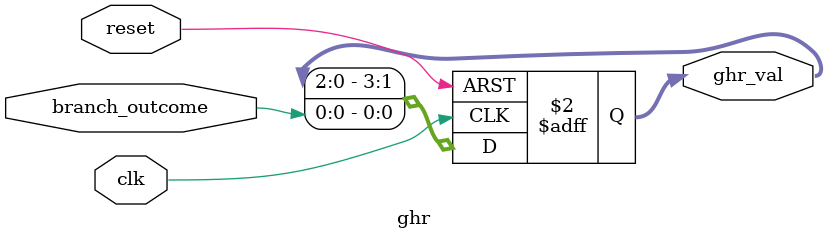
<source format=v>
module ghr (
    input clk,
    input reset,
    input branch_outcome,     // 1 for Taken, 0 for Not Taken
    output reg [3:0] ghr_val
);
    always @(posedge clk or posedge reset) begin
        if (reset)
            ghr_val <= 4'b0000;
        else
            ghr_val <= {ghr_val[2:0], branch_outcome};  // Shift left and insert new outcome
    end
endmodule

</source>
